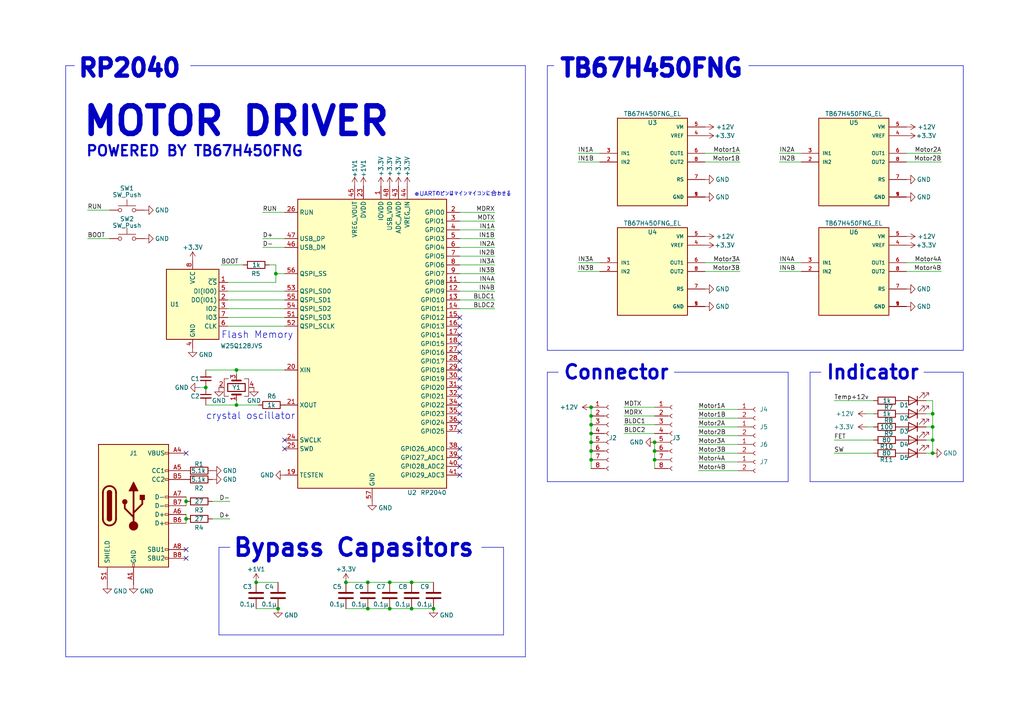
<source format=kicad_sch>
(kicad_sch (version 20230121) (generator eeschema)
  (paper "A4")
  (lib_symbols
    (symbol "Connector:Conn_01x02_Socket" (pin_names (offset 1.016) hide)
      (property "Reference" "J" (at 0 2.54 0))
      (property "Value" "Conn_01x02_Socket" (at 0 -5.08 0))
      (symbol "Conn_01x02_Socket_1_1"
        (arc (start 0 -2.032) (mid -0.5058 -2.54) (end 0 -3.048) (stroke (width 0.1524)))
        (polyline (pts (xy -1.27 -2.54) (xy -0.508 -2.54)) (stroke (width 0.1524)))
        (polyline (pts (xy -1.27 0) (xy -0.508 0)) (stroke (width 0.1524)))
        (arc (start 0 0.508) (mid -0.5058 0) (end 0 -0.508) (stroke (width 0.1524)))
        (pin passive line (at -5.08 0 0) (length 3.81) (name "Pin_1") (number "1"))
        (pin passive line (at -5.08 -2.54 0) (length 3.81) (name "Pin_2") (number "2"))
      )
    )
    (symbol "Connector:Conn_01x08_Socket" (pin_names (offset 1.016) hide)
      (property "Reference" "J" (at 0 10.16 0))
      (property "Value" "Conn_01x08_Socket" (at 0 -12.7 0))
      (symbol "Conn_01x08_Socket_1_1"
        (arc (start 0 -9.652) (mid -0.5058 -10.16) (end 0 -10.668) (stroke (width 0.1524)))
        (arc (start 0 -7.112) (mid -0.5058 -7.62) (end 0 -8.128) (stroke (width 0.1524)))
        (arc (start 0 -4.572) (mid -0.5058 -5.08) (end 0 -5.588) (stroke (width 0.1524)))
        (arc (start 0 -2.032) (mid -0.5058 -2.54) (end 0 -3.048) (stroke (width 0.1524)))
        (polyline (pts (xy -1.27 -10.16) (xy -0.508 -10.16)) (stroke (width 0.1524)))
        (polyline (pts (xy -1.27 -7.62) (xy -0.508 -7.62)) (stroke (width 0.1524)))
        (polyline (pts (xy -1.27 -5.08) (xy -0.508 -5.08)) (stroke (width 0.1524)))
        (polyline (pts (xy -1.27 -2.54) (xy -0.508 -2.54)) (stroke (width 0.1524)))
        (polyline (pts (xy -1.27 0) (xy -0.508 0)) (stroke (width 0.1524)))
        (polyline (pts (xy -1.27 2.54) (xy -0.508 2.54)) (stroke (width 0.1524)))
        (polyline (pts (xy -1.27 5.08) (xy -0.508 5.08)) (stroke (width 0.1524)))
        (polyline (pts (xy -1.27 7.62) (xy -0.508 7.62)) (stroke (width 0.1524)))
        (arc (start 0 0.508) (mid -0.5058 0) (end 0 -0.508) (stroke (width 0.1524)))
        (arc (start 0 3.048) (mid -0.5058 2.54) (end 0 2.032) (stroke (width 0.1524)))
        (arc (start 0 5.588) (mid -0.5058 5.08) (end 0 4.572) (stroke (width 0.1524)))
        (arc (start 0 8.128) (mid -0.5058 7.62) (end 0 7.112) (stroke (width 0.1524)))
        (pin passive line (at -5.08 7.62 0) (length 3.81) (name "Pin_1") (number "1"))
        (pin passive line (at -5.08 5.08 0) (length 3.81) (name "Pin_2") (number "2"))
        (pin passive line (at -5.08 2.54 0) (length 3.81) (name "Pin_3") (number "3"))
        (pin passive line (at -5.08 0 0) (length 3.81) (name "Pin_4") (number "4"))
        (pin passive line (at -5.08 -2.54 0) (length 3.81) (name "Pin_5") (number "5"))
        (pin passive line (at -5.08 -5.08 0) (length 3.81) (name "Pin_6") (number "6"))
        (pin passive line (at -5.08 -7.62 0) (length 3.81) (name "Pin_7") (number "7"))
        (pin passive line (at -5.08 -10.16 0) (length 3.81) (name "Pin_8") (number "8"))
      )
    )
    (symbol "Connector:USB_C_Receptacle_USB2.0" (pin_names (offset 1.016))
      (property "Reference" "J" (at -10.16 19.05 0))
      (property "Value" "USB_C_Receptacle_USB2.0" (at 19.05 19.05 0))
      (symbol "USB_C_Receptacle_USB2.0_0_0"
        (rectangle (start -0.254 -17.78) (end 0.254 -16.764))
        (rectangle (start 10.16 -14.986) (end 9.144 -15.494))
        (rectangle (start 10.16 -12.446) (end 9.144 -12.954))
        (rectangle (start 10.16 -4.826) (end 9.144 -5.334))
        (rectangle (start 10.16 -2.286) (end 9.144 -2.794))
        (rectangle (start 10.16 0.254) (end 9.144 -0.254))
        (rectangle (start 10.16 2.794) (end 9.144 2.286))
        (rectangle (start 10.16 7.874) (end 9.144 7.366))
        (rectangle (start 10.16 10.414) (end 9.144 9.906))
        (rectangle (start 10.16 15.494) (end 9.144 14.986))
      )
      (symbol "USB_C_Receptacle_USB2.0_0_1"
        (rectangle (start -10.16 17.78) (end 10.16 -17.78) (stroke (width 0.254)) (fill (type background)))
        (arc (start -8.89 -3.81) (mid -6.985 -5.7067) (end -5.08 -3.81) (stroke (width 0.508)))
        (arc (start -7.62 -3.81) (mid -6.985 -4.4423) (end -6.35 -3.81) (stroke (width 0.254)))
        (arc (start -7.62 -3.81) (mid -6.985 -4.4423) (end -6.35 -3.81) (stroke (width 0.254)) (fill (type outline)))
        (rectangle (start -7.62 -3.81) (end -6.35 3.81) (stroke (width 0.254)) (fill (type outline)))
        (arc (start -6.35 3.81) (mid -6.985 4.4423) (end -7.62 3.81) (stroke (width 0.254)))
        (arc (start -6.35 3.81) (mid -6.985 4.4423) (end -7.62 3.81) (stroke (width 0.254)) (fill (type outline)))
        (arc (start -5.08 3.81) (mid -6.985 5.7067) (end -8.89 3.81) (stroke (width 0.508)))
        (circle (center -2.54 1.143) (radius 0.635) (stroke (width 0.254)) (fill (type outline)))
        (circle (center 0 -5.842) (radius 1.27) (fill (type outline)))
        (polyline (pts (xy -8.89 -3.81) (xy -8.89 3.81)) (stroke (width 0.508)))
        (polyline (pts (xy -5.08 3.81) (xy -5.08 -3.81)) (stroke (width 0.508)))
        (polyline (pts (xy 0 -5.842) (xy 0 4.318)) (stroke (width 0.508)))
        (polyline (pts (xy 0 -3.302) (xy -2.54 -0.762) (xy -2.54 0.508)) (stroke (width 0.508)))
        (polyline (pts (xy 0 -2.032) (xy 2.54 0.508) (xy 2.54 1.778)) (stroke (width 0.508)))
        (polyline (pts (xy -1.27 4.318) (xy 0 6.858) (xy 1.27 4.318) (xy -1.27 4.318)) (stroke (width 0.254)) (fill (type outline)))
        (rectangle (start 1.905 1.778) (end 3.175 3.048) (stroke (width 0.254)) (fill (type outline)))
      )
      (symbol "USB_C_Receptacle_USB2.0_1_1"
        (pin passive line (at 0 -22.86 90) (length 5.08) (name "GND") (number "A1"))
        (pin passive line (at 0 -22.86 90) (length 5.08) hide (name "GND") (number "A12"))
        (pin passive line (at 15.24 15.24 180) (length 5.08) (name "VBUS") (number "A4"))
        (pin bidirectional line (at 15.24 10.16 180) (length 5.08) (name "CC1") (number "A5"))
        (pin bidirectional line (at 15.24 -2.54 180) (length 5.08) (name "D+") (number "A6"))
        (pin bidirectional line (at 15.24 2.54 180) (length 5.08) (name "D-") (number "A7"))
        (pin bidirectional line (at 15.24 -12.7 180) (length 5.08) (name "SBU1") (number "A8"))
        (pin passive line (at 15.24 15.24 180) (length 5.08) hide (name "VBUS") (number "A9"))
        (pin passive line (at 0 -22.86 90) (length 5.08) hide (name "GND") (number "B1"))
        (pin passive line (at 0 -22.86 90) (length 5.08) hide (name "GND") (number "B12"))
        (pin passive line (at 15.24 15.24 180) (length 5.08) hide (name "VBUS") (number "B4"))
        (pin bidirectional line (at 15.24 7.62 180) (length 5.08) (name "CC2") (number "B5"))
        (pin bidirectional line (at 15.24 -5.08 180) (length 5.08) (name "D+") (number "B6"))
        (pin bidirectional line (at 15.24 0 180) (length 5.08) (name "D-") (number "B7"))
        (pin bidirectional line (at 15.24 -15.24 180) (length 5.08) (name "SBU2") (number "B8"))
        (pin passive line (at 15.24 15.24 180) (length 5.08) hide (name "VBUS") (number "B9"))
        (pin passive line (at -7.62 -22.86 90) (length 5.08) (name "SHIELD") (number "S1"))
      )
    )
    (symbol "Device:C" (pin_numbers hide) (pin_names (offset 0.254))
      (property "Reference" "C" (at 0.635 2.54 0))
      (property "Value" "C" (at 0.635 -2.54 0))
      (symbol "C_0_1"
        (polyline (pts (xy -2.032 -0.762) (xy 2.032 -0.762)) (stroke (width 0.508)))
        (polyline (pts (xy -2.032 0.762) (xy 2.032 0.762)) (stroke (width 0.508)))
      )
      (symbol "C_1_1"
        (pin passive line (at 0 3.81 270) (length 2.794) (name "~") (number "1"))
        (pin passive line (at 0 -3.81 90) (length 2.794) (name "~") (number "2"))
      )
    )
    (symbol "Device:C_Small" (pin_numbers hide) (pin_names (offset 0.254) hide)
      (property "Reference" "C" (at 0.254 1.778 0))
      (property "Value" "C_Small" (at 0.254 -2.032 0))
      (symbol "C_Small_0_1"
        (polyline (pts (xy -1.524 -0.508) (xy 1.524 -0.508)) (stroke (width 0.3302)))
        (polyline (pts (xy -1.524 0.508) (xy 1.524 0.508)) (stroke (width 0.3048)))
      )
      (symbol "C_Small_1_1"
        (pin passive line (at 0 2.54 270) (length 2.032) (name "~") (number "1"))
        (pin passive line (at 0 -2.54 90) (length 2.032) (name "~") (number "2"))
      )
    )
    (symbol "Device:Crystal_GND24" (pin_names (offset 1.016) hide)
      (property "Reference" "Y" (at 3.175 5.08 0))
      (property "Value" "Crystal_GND24" (at 3.175 3.175 0))
      (symbol "Crystal_GND24_0_1"
        (rectangle (start -1.143 2.54) (end 1.143 -2.54) (stroke (width 0.3048)))
        (polyline (pts (xy -2.54 0) (xy -2.032 0)))
        (polyline (pts (xy -2.032 -1.27) (xy -2.032 1.27)) (stroke (width 0.508)))
        (polyline (pts (xy 0 -3.81) (xy 0 -3.556)))
        (polyline (pts (xy 0 3.556) (xy 0 3.81)))
        (polyline (pts (xy 2.032 -1.27) (xy 2.032 1.27)) (stroke (width 0.508)))
        (polyline (pts (xy 2.032 0) (xy 2.54 0)))
        (polyline (pts (xy -2.54 -2.286) (xy -2.54 -3.556) (xy 2.54 -3.556) (xy 2.54 -2.286)))
        (polyline (pts (xy -2.54 2.286) (xy -2.54 3.556) (xy 2.54 3.556) (xy 2.54 2.286)))
      )
      (symbol "Crystal_GND24_1_1"
        (pin passive line (at -3.81 0 0) (length 1.27) (name "1") (number "1"))
        (pin passive line (at 0 5.08 270) (length 1.27) (name "2") (number "2"))
        (pin passive line (at 3.81 0 180) (length 1.27) (name "3") (number "3"))
        (pin passive line (at 0 -5.08 90) (length 1.27) (name "4") (number "4"))
      )
    )
    (symbol "Device:LED" (pin_numbers hide) (pin_names (offset 1.016) hide)
      (property "Reference" "D" (at 0 2.54 0))
      (property "Value" "LED" (at 0 -2.54 0))
      (symbol "LED_0_1"
        (polyline (pts (xy -1.27 -1.27) (xy -1.27 1.27)) (stroke (width 0.254)))
        (polyline (pts (xy -1.27 0) (xy 1.27 0)))
        (polyline (pts (xy 1.27 -1.27) (xy 1.27 1.27) (xy -1.27 0) (xy 1.27 -1.27)) (stroke (width 0.254)))
        (polyline (pts (xy -3.048 -0.762) (xy -4.572 -2.286) (xy -3.81 -2.286) (xy -4.572 -2.286) (xy -4.572 -1.524)))
        (polyline (pts (xy -1.778 -0.762) (xy -3.302 -2.286) (xy -2.54 -2.286) (xy -3.302 -2.286) (xy -3.302 -1.524)))
      )
      (symbol "LED_1_1"
        (pin passive line (at -3.81 0 0) (length 2.54) (name "K") (number "1"))
        (pin passive line (at 3.81 0 180) (length 2.54) (name "A") (number "2"))
      )
    )
    (symbol "Device:R" (pin_numbers hide) (pin_names (offset 0))
      (property "Reference" "R" (at 2.032 0 90))
      (property "Value" "R" (at 0 0 90))
      (symbol "R_0_1"
        (rectangle (start -1.016 -2.54) (end 1.016 2.54) (stroke (width 0.254)))
      )
      (symbol "R_1_1"
        (pin passive line (at 0 3.81 270) (length 1.27) (name "~") (number "1"))
        (pin passive line (at 0 -3.81 90) (length 1.27) (name "~") (number "2"))
      )
    )
    (symbol "MCU_RaspberryPi:RP2040"
      (property "Reference" "U" (at 17.78 45.72 0))
      (property "Value" "RP2040" (at 17.78 43.18 0))
      (symbol "RP2040_0_1"
        (rectangle (start -21.59 41.91) (end 21.59 -41.91) (stroke (width 0.254)) (fill (type background)))
      )
      (symbol "RP2040_1_1"
        (pin power_in line (at 2.54 45.72 270) (length 3.81) (name "IOVDD") (number "1"))
        (pin passive line (at 2.54 45.72 270) (length 3.81) hide (name "IOVDD") (number "10"))
        (pin bidirectional line (at 25.4 17.78 180) (length 3.81) (name "GPIO8") (number "11"))
        (pin bidirectional line (at 25.4 15.24 180) (length 3.81) (name "GPIO9") (number "12"))
        (pin bidirectional line (at 25.4 12.7 180) (length 3.81) (name "GPIO10") (number "13"))
        (pin bidirectional line (at 25.4 10.16 180) (length 3.81) (name "GPIO11") (number "14"))
        (pin bidirectional line (at 25.4 7.62 180) (length 3.81) (name "GPIO12") (number "15"))
        (pin bidirectional line (at 25.4 5.08 180) (length 3.81) (name "GPIO13") (number "16"))
        (pin bidirectional line (at 25.4 2.54 180) (length 3.81) (name "GPIO14") (number "17"))
        (pin bidirectional line (at 25.4 0 180) (length 3.81) (name "GPIO15") (number "18"))
        (pin input line (at -25.4 -38.1 0) (length 3.81) (name "TESTEN") (number "19"))
        (pin bidirectional line (at 25.4 38.1 180) (length 3.81) (name "GPIO0") (number "2"))
        (pin input line (at -25.4 -7.62 0) (length 3.81) (name "XIN") (number "20"))
        (pin passive line (at -25.4 -17.78 0) (length 3.81) (name "XOUT") (number "21"))
        (pin passive line (at 2.54 45.72 270) (length 3.81) hide (name "IOVDD") (number "22"))
        (pin power_in line (at -2.54 45.72 270) (length 3.81) (name "DVDD") (number "23"))
        (pin input line (at -25.4 -27.94 0) (length 3.81) (name "SWCLK") (number "24"))
        (pin bidirectional line (at -25.4 -30.48 0) (length 3.81) (name "SWD") (number "25"))
        (pin input line (at -25.4 38.1 0) (length 3.81) (name "RUN") (number "26"))
        (pin bidirectional line (at 25.4 -2.54 180) (length 3.81) (name "GPIO16") (number "27"))
        (pin bidirectional line (at 25.4 -5.08 180) (length 3.81) (name "GPIO17") (number "28"))
        (pin bidirectional line (at 25.4 -7.62 180) (length 3.81) (name "GPIO18") (number "29"))
        (pin bidirectional line (at 25.4 35.56 180) (length 3.81) (name "GPIO1") (number "3"))
        (pin bidirectional line (at 25.4 -10.16 180) (length 3.81) (name "GPIO19") (number "30"))
        (pin bidirectional line (at 25.4 -12.7 180) (length 3.81) (name "GPIO20") (number "31"))
        (pin bidirectional line (at 25.4 -15.24 180) (length 3.81) (name "GPIO21") (number "32"))
        (pin passive line (at 2.54 45.72 270) (length 3.81) hide (name "IOVDD") (number "33"))
        (pin bidirectional line (at 25.4 -17.78 180) (length 3.81) (name "GPIO22") (number "34"))
        (pin bidirectional line (at 25.4 -20.32 180) (length 3.81) (name "GPIO23") (number "35"))
        (pin bidirectional line (at 25.4 -22.86 180) (length 3.81) (name "GPIO24") (number "36"))
        (pin bidirectional line (at 25.4 -25.4 180) (length 3.81) (name "GPIO25") (number "37"))
        (pin bidirectional line (at 25.4 -30.48 180) (length 3.81) (name "GPIO26_ADC0") (number "38"))
        (pin bidirectional line (at 25.4 -33.02 180) (length 3.81) (name "GPIO27_ADC1") (number "39"))
        (pin bidirectional line (at 25.4 33.02 180) (length 3.81) (name "GPIO2") (number "4"))
        (pin bidirectional line (at 25.4 -35.56 180) (length 3.81) (name "GPIO28_ADC2") (number "40"))
        (pin bidirectional line (at 25.4 -38.1 180) (length 3.81) (name "GPIO29_ADC3") (number "41"))
        (pin passive line (at 2.54 45.72 270) (length 3.81) hide (name "IOVDD") (number "42"))
        (pin power_in line (at 7.62 45.72 270) (length 3.81) (name "ADC_AVDD") (number "43"))
        (pin power_in line (at 10.16 45.72 270) (length 3.81) (name "VREG_IN") (number "44"))
        (pin power_out line (at -5.08 45.72 270) (length 3.81) (name "VREG_VOUT") (number "45"))
        (pin bidirectional line (at -25.4 27.94 0) (length 3.81) (name "USB_DM") (number "46"))
        (pin bidirectional line (at -25.4 30.48 0) (length 3.81) (name "USB_DP") (number "47"))
        (pin power_in line (at 5.08 45.72 270) (length 3.81) (name "USB_VDD") (number "48"))
        (pin passive line (at 2.54 45.72 270) (length 3.81) hide (name "IOVDD") (number "49"))
        (pin bidirectional line (at 25.4 30.48 180) (length 3.81) (name "GPIO3") (number "5"))
        (pin passive line (at -2.54 45.72 270) (length 3.81) hide (name "DVDD") (number "50"))
        (pin bidirectional line (at -25.4 7.62 0) (length 3.81) (name "QSPI_SD3") (number "51"))
        (pin output line (at -25.4 5.08 0) (length 3.81) (name "QSPI_SCLK") (number "52"))
        (pin bidirectional line (at -25.4 15.24 0) (length 3.81) (name "QSPI_SD0") (number "53"))
        (pin bidirectional line (at -25.4 10.16 0) (length 3.81) (name "QSPI_SD2") (number "54"))
        (pin bidirectional line (at -25.4 12.7 0) (length 3.81) (name "QSPI_SD1") (number "55"))
        (pin bidirectional line (at -25.4 20.32 0) (length 3.81) (name "QSPI_SS") (number "56"))
        (pin power_in line (at 0 -45.72 90) (length 3.81) (name "GND") (number "57"))
        (pin bidirectional line (at 25.4 27.94 180) (length 3.81) (name "GPIO4") (number "6"))
        (pin bidirectional line (at 25.4 25.4 180) (length 3.81) (name "GPIO5") (number "7"))
        (pin bidirectional line (at 25.4 22.86 180) (length 3.81) (name "GPIO6") (number "8"))
        (pin bidirectional line (at 25.4 20.32 180) (length 3.81) (name "GPIO7") (number "9"))
      )
    )
    (symbol "Memory_Flash:W25Q128JVS"
      (property "Reference" "U4" (at 9.525 1.27 0))
      (property "Value" "W25Q128JVS" (at 9.525 -1.27 0))
      (symbol "W25Q128JVS_0_1"
        (rectangle (start -7.62 10.16) (end 7.62 -10.16) (stroke (width 0.254)) (fill (type background)))
      )
      (symbol "W25Q128JVS_1_1"
        (pin input line (at -10.16 6.35 0) (length 2.54) (name "~{CS}") (number "1"))
        (pin bidirectional line (at -10.16 1.27 0) (length 2.54) (name "DO(IO1)") (number "2"))
        (pin bidirectional line (at -10.16 -1.27 0) (length 2.54) (name "IO2") (number "3"))
        (pin power_in line (at 0 -12.7 90) (length 2.54) (name "GND") (number "4"))
        (pin bidirectional line (at -10.16 3.81 0) (length 2.54) (name "DI(IO0)") (number "5"))
        (pin input line (at -10.16 -6.35 0) (length 2.54) (name "CLK") (number "6"))
        (pin bidirectional line (at -10.16 -3.81 0) (length 2.54) (name "IO3") (number "7"))
        (pin power_in line (at 0 12.7 270) (length 2.54) (name "VCC") (number "8"))
      )
    )
    (symbol "Regulator_Linear:AZ1084-3.3" (pin_names (offset 0.254))
      (property "Reference" "U" (at -3.81 3.175 0))
      (property "Value" "AZ1084-3.3" (at 0 3.175 0))
      (symbol "AZ1084-3.3_0_1"
        (rectangle (start -5.08 1.905) (end 5.08 -5.08) (stroke (width 0.254)) (fill (type background)))
      )
      (symbol "AZ1084-3.3_1_1"
        (pin power_in line (at 0 -7.62 90) (length 2.54) (name "GND") (number "1"))
        (pin power_out line (at 7.62 0 180) (length 2.54) (name "VO") (number "2"))
        (pin power_in line (at -7.62 0 0) (length 2.54) (name "VI") (number "3"))
      )
    )
    (symbol "Switch:SW_Push" (pin_numbers hide) (pin_names (offset 1.016) hide)
      (property "Reference" "SW" (at 1.27 2.54 0))
      (property "Value" "SW_Push" (at 0 -1.524 0))
      (symbol "SW_Push_0_1"
        (circle (center -2.032 0) (radius 0.508))
        (polyline (pts (xy 0 1.27) (xy 0 3.048)))
        (polyline (pts (xy 2.54 1.27) (xy -2.54 1.27)))
        (circle (center 2.032 0) (radius 0.508))
        (pin passive line (at -5.08 0 0) (length 2.54) (name "1") (number "1"))
        (pin passive line (at 5.08 0 180) (length 2.54) (name "2") (number "2"))
      )
    )
    (symbol "TB67H450FNG_EL:TB67H450FNG_EL" (pin_names (offset 1.016))
      (property "Reference" "U" (at -10.16 13.462 0))
      (property "Value" "TB67H450FNG_EL" (at -10.16 -15.24 0))
      (symbol "TB67H450FNG_EL_0_0"
        (rectangle (start -10.16 -12.7) (end 10.16 12.7) (stroke (width 0.254)) (fill (type background)))
        (pin power_in line (at 15.24 -10.16 180) (length 5.08) (name "GND") (number "1"))
        (pin input line (at -15.24 0 0) (length 5.08) (name "IN2") (number "2"))
        (pin input line (at -15.24 2.54 0) (length 5.08) (name "IN1") (number "3"))
        (pin power_in line (at 15.24 7.62 180) (length 5.08) (name "VREF") (number "4"))
        (pin power_in line (at 15.24 10.16 180) (length 5.08) (name "VM") (number "5"))
        (pin output line (at 15.24 2.54 180) (length 5.08) (name "OUT1") (number "6"))
        (pin output line (at 15.24 -5.08 180) (length 5.08) (name "RS") (number "7"))
        (pin output line (at 15.24 0 180) (length 5.08) (name "OUT2") (number "8"))
        (pin power_in line (at 15.24 -10.16 180) (length 5.08) (name "GND") (number "9"))
      )
    )
    (symbol "power:+12V" (power) (pin_names (offset 0))
      (property "Value" "+12V" (at 0 3.556 0))
      (symbol "+12V_0_1"
        (polyline (pts (xy -0.762 1.27) (xy 0 2.54)))
        (polyline (pts (xy 0 0) (xy 0 2.54)))
        (polyline (pts (xy 0 2.54) (xy 0.762 1.27)))
      )
      (symbol "+12V_1_1"
        (pin power_in line (at 0 0 90) (length 0) hide (name "+12V") (number "1"))
      )
    )
    (symbol "power:+1V1" (power) (pin_names (offset 0))
      (property "Value" "+1V1" (at 0 3.556 0))
      (symbol "+1V1_0_1"
        (polyline (pts (xy -0.762 1.27) (xy 0 2.54)))
        (polyline (pts (xy 0 0) (xy 0 2.54)))
        (polyline (pts (xy 0 2.54) (xy 0.762 1.27)))
      )
      (symbol "+1V1_1_1"
        (pin power_in line (at 0 0 90) (length 0) hide (name "+1V1") (number "1"))
      )
    )
    (symbol "power:+3.3V" (power) (pin_names (offset 0))
      (property "Value" "+3.3V" (at 0 3.556 0))
      (symbol "+3.3V_0_1"
        (polyline (pts (xy -0.762 1.27) (xy 0 2.54)))
        (polyline (pts (xy 0 0) (xy 0 2.54)))
        (polyline (pts (xy 0 2.54) (xy 0.762 1.27)))
      )
      (symbol "+3.3V_1_1"
        (pin power_in line (at 0 0 90) (length 0) hide (name "+3.3V") (number "1"))
      )
    )
    (symbol "power:GND" (power) (pin_names (offset 0))
      (property "Value" "GND" (at 0 -3.81 0))
      (symbol "GND_0_1"
        (polyline (pts (xy 0 0) (xy 0 -1.27) (xy 1.27 -1.27) (xy 0 -2.54) (xy -1.27 -1.27) (xy 0 -1.27)))
      )
      (symbol "GND_1_1"
        (pin power_in line (at 0 0 270) (length 0) hide (name "GND") (number "1"))
      )
    )
  )
  (junction (at 171.45 123.19))
  (junction (at 327.025 147.955))
  (junction (at 171.45 118.11))
  (junction (at 270.51 120.015))
  (junction (at 113.03 176.53))
  (junction (at 119.38 176.53))
  (junction (at 68.58 117.475))
  (junction (at 171.45 133.35))
  (junction (at 106.68 176.53))
  (junction (at 270.51 127.635))
  (junction (at 189.865 128.27))
  (junction (at 189.865 130.81))
  (junction (at 189.865 133.35))
  (junction (at 59.69 112.395))
  (junction (at 171.45 120.65))
  (junction (at 171.45 125.73))
  (junction (at 68.58 107.315))
  (junction (at 171.45 130.81))
  (junction (at 80.01 79.375))
  (junction (at 270.51 123.825))
  (junction (at 319.405 155.575))
  (junction (at 100.33 168.91))
  (junction (at 53.975 145.415))
  (junction (at 171.45 128.27))
  (junction (at 53.975 150.495))
  (junction (at 74.295 168.91))
  (junction (at 125.73 176.53))
  (junction (at 119.38 168.91))
  (junction (at 113.03 168.91))
  (junction (at 311.785 147.955))
  (junction (at 106.68 168.91))
  (junction (at 80.645 176.53))
  (junction (at 270.51 131.445))
  (no_connect (at 133.35 99.695))
  (no_connect (at 133.35 135.255))
  (no_connect (at 133.35 104.775))
  (no_connect (at 133.35 122.555))
  (no_connect (at 133.35 114.935))
  (no_connect (at 133.35 112.395))
  (no_connect (at 133.35 130.175))
  (no_connect (at 53.975 131.445))
  (no_connect (at 133.35 137.795))
  (no_connect (at 133.35 117.475))
  (no_connect (at 53.975 159.385))
  (no_connect (at 133.35 132.715))
  (no_connect (at 133.35 102.235))
  (no_connect (at 82.55 130.175))
  (no_connect (at 53.975 161.925))
  (no_connect (at 133.35 97.155))
  (no_connect (at 82.55 127.635))
  (no_connect (at 133.35 92.075))
  (no_connect (at 133.35 94.615))
  (no_connect (at 133.35 125.095))
  (no_connect (at 133.35 107.315))
  (no_connect (at 133.35 109.855))
  (no_connect (at 133.35 120.015))
  (polyline (pts (xy 279.4 101.6) (xy 279.4 19.05)))
  (polyline (pts (xy 158.75 19.05) (xy 158.75 101.6)))
  (polyline (pts (xy 55.245 19.05) (xy 152.4 19.05)))
  (wire (pts (xy 68.58 116.205) (xy 68.58 117.475)))
  (wire (pts (xy 214.63 46.99) (xy 204.47 46.99)))
  (wire (pts (xy 202.565 123.825) (xy 213.995 123.825)))
  (wire (pts (xy 80.01 79.375) (xy 80.01 76.835)))
  (wire (pts (xy 59.69 107.315) (xy 68.58 107.315)))
  (wire (pts (xy 202.565 121.285) (xy 213.995 121.285)))
  (wire (pts (xy 68.58 107.315) (xy 82.55 107.315)))
  (wire (pts (xy 171.45 128.27) (xy 171.45 130.81)))
  (wire (pts (xy 226.06 46.99) (xy 232.41 46.99)))
  (wire (pts (xy 189.865 130.81) (xy 189.865 133.35)))
  (wire (pts (xy 167.64 46.99) (xy 173.99 46.99)))
  (wire (pts (xy 66.04 94.615) (xy 82.55 94.615)))
  (wire (pts (xy 25.4 69.215) (xy 31.75 69.215)))
  (wire (pts (xy 66.04 84.455) (xy 82.55 84.455)))
  (wire (pts (xy 143.51 66.675) (xy 133.35 66.675)))
  (wire (pts (xy 189.865 128.27) (xy 189.865 130.81)))
  (wire (pts (xy 100.33 168.91) (xy 106.68 168.91)))
  (wire (pts (xy 251.46 120.015) (xy 253.365 120.015)))
  (wire (pts (xy 106.68 176.53) (xy 113.03 176.53)))
  (polyline (pts (xy 279.4 139.7) (xy 279.4 107.95)))
  (wire (pts (xy 53.975 145.415) (xy 53.975 146.685)))
  (wire (pts (xy 143.51 71.755) (xy 133.35 71.755)))
  (wire (pts (xy 66.04 89.535) (xy 82.55 89.535)))
  (wire (pts (xy 214.63 44.45) (xy 204.47 44.45)))
  (polyline (pts (xy 234.95 107.95) (xy 234.95 139.7)))
  (wire (pts (xy 143.51 89.535) (xy 133.35 89.535)))
  (polyline (pts (xy 152.4 190.5) (xy 152.4 19.05)))
  (wire (pts (xy 59.69 117.475) (xy 68.58 117.475)))
  (polyline (pts (xy 267.97 107.95) (xy 279.4 107.95)))
  (wire (pts (xy 202.565 131.445) (xy 213.995 131.445)))
  (polyline (pts (xy 19.05 190.5) (xy 152.4 190.5)))
  (wire (pts (xy 319.405 155.575) (xy 327.025 155.575)))
  (wire (pts (xy 76.2 61.595) (xy 82.55 61.595)))
  (wire (pts (xy 226.06 76.2) (xy 232.41 76.2)))
  (wire (pts (xy 171.45 133.35) (xy 171.45 135.89)))
  (wire (pts (xy 202.565 126.365) (xy 213.995 126.365)))
  (wire (pts (xy 57.785 112.395) (xy 59.69 112.395)))
  (wire (pts (xy 241.935 127.635) (xy 253.365 127.635)))
  (wire (pts (xy 214.63 78.74) (xy 204.47 78.74)))
  (polyline (pts (xy 234.95 139.7) (xy 279.4 139.7)))
  (wire (pts (xy 268.605 116.205) (xy 270.51 116.205)))
  (wire (pts (xy 202.565 128.905) (xy 213.995 128.905)))
  (wire (pts (xy 270.51 116.205) (xy 270.51 120.015)))
  (wire (pts (xy 143.51 74.295) (xy 133.35 74.295)))
  (wire (pts (xy 171.45 118.11) (xy 171.45 120.65)))
  (wire (pts (xy 106.68 168.91) (xy 113.03 168.91)))
  (wire (pts (xy 273.05 78.74) (xy 262.89 78.74)))
  (polyline (pts (xy 228.6 139.7) (xy 228.6 107.95)))
  (wire (pts (xy 270.51 123.825) (xy 268.605 123.825)))
  (wire (pts (xy 76.2 71.755) (xy 82.55 71.755)))
  (polyline (pts (xy 238.125 107.95) (xy 234.95 107.95)))
  (wire (pts (xy 53.975 149.225) (xy 53.975 150.495)))
  (wire (pts (xy 270.51 120.015) (xy 270.51 123.825)))
  (wire (pts (xy 167.64 44.45) (xy 173.99 44.45)))
  (wire (pts (xy 214.63 76.2) (xy 204.47 76.2)))
  (wire (pts (xy 25.4 60.96) (xy 31.75 60.96)))
  (wire (pts (xy 66.04 86.995) (xy 82.55 86.995)))
  (polyline (pts (xy 21.59 19.05) (xy 19.05 19.05)))
  (wire (pts (xy 143.51 79.375) (xy 133.35 79.375)))
  (wire (pts (xy 180.975 125.73) (xy 189.865 125.73)))
  (wire (pts (xy 171.45 130.81) (xy 171.45 133.35)))
  (wire (pts (xy 68.58 107.315) (xy 68.58 108.585)))
  (wire (pts (xy 119.38 168.91) (xy 125.73 168.91)))
  (wire (pts (xy 143.51 69.215) (xy 133.35 69.215)))
  (wire (pts (xy 74.295 176.53) (xy 80.645 176.53)))
  (wire (pts (xy 80.01 79.375) (xy 82.55 79.375)))
  (wire (pts (xy 76.2 69.215) (xy 82.55 69.215)))
  (wire (pts (xy 180.975 123.19) (xy 189.865 123.19)))
  (wire (pts (xy 66.675 145.415) (xy 61.595 145.415)))
  (wire (pts (xy 270.51 123.825) (xy 270.51 127.635)))
  (wire (pts (xy 80.01 81.915) (xy 80.01 79.375)))
  (wire (pts (xy 143.51 76.835) (xy 133.35 76.835)))
  (wire (pts (xy 143.51 84.455) (xy 133.35 84.455)))
  (wire (pts (xy 66.04 81.915) (xy 80.01 81.915)))
  (polyline (pts (xy 161.925 107.95) (xy 158.75 107.95)))
  (wire (pts (xy 143.51 64.135) (xy 133.35 64.135)))
  (wire (pts (xy 202.565 133.985) (xy 213.995 133.985)))
  (polyline (pts (xy 158.75 101.6) (xy 279.4 101.6)))
  (polyline (pts (xy 63.5 158.75) (xy 63.5 184.15)))
  (wire (pts (xy 241.935 131.445) (xy 253.365 131.445)))
  (wire (pts (xy 113.03 176.53) (xy 119.38 176.53)))
  (wire (pts (xy 68.58 117.475) (xy 74.93 117.475)))
  (wire (pts (xy 226.06 78.74) (xy 232.41 78.74)))
  (wire (pts (xy 167.64 76.2) (xy 173.99 76.2)))
  (wire (pts (xy 273.05 44.45) (xy 262.89 44.45)))
  (wire (pts (xy 53.975 150.495) (xy 53.975 151.765)))
  (wire (pts (xy 64.135 76.835) (xy 70.485 76.835)))
  (wire (pts (xy 180.975 120.65) (xy 189.865 120.65)))
  (wire (pts (xy 143.51 86.995) (xy 133.35 86.995)))
  (polyline (pts (xy 146.05 184.15) (xy 146.05 158.75)))
  (wire (pts (xy 66.04 92.075) (xy 82.55 92.075)))
  (wire (pts (xy 273.05 46.99) (xy 262.89 46.99)))
  (wire (pts (xy 270.51 120.015) (xy 268.605 120.015)))
  (wire (pts (xy 74.295 168.91) (xy 80.645 168.91)))
  (wire (pts (xy 251.46 123.825) (xy 253.365 123.825)))
  (wire (pts (xy 66.675 150.495) (xy 61.595 150.495)))
  (polyline (pts (xy 160.655 19.05) (xy 158.75 19.05)))
  (wire (pts (xy 100.33 176.53) (xy 106.68 176.53)))
  (wire (pts (xy 80.01 76.835) (xy 78.105 76.835)))
  (wire (pts (xy 119.38 176.53) (xy 125.73 176.53)))
  (wire (pts (xy 270.51 131.445) (xy 270.51 127.635)))
  (wire (pts (xy 241.935 116.205) (xy 253.365 116.205)))
  (polyline (pts (xy 158.75 139.7) (xy 228.6 139.7)))
  (wire (pts (xy 143.51 61.595) (xy 133.35 61.595)))
  (wire (pts (xy 189.865 133.35) (xy 189.865 135.89)))
  (wire (pts (xy 273.05 76.2) (xy 262.89 76.2)))
  (wire (pts (xy 268.605 131.445) (xy 270.51 131.445)))
  (wire (pts (xy 167.64 78.74) (xy 173.99 78.74)))
  (polyline (pts (xy 158.75 107.95) (xy 158.75 139.7)))
  (wire (pts (xy 202.565 136.525) (xy 213.995 136.525)))
  (polyline (pts (xy 19.05 19.05) (xy 19.05 190.5)))
  (wire (pts (xy 171.45 125.73) (xy 171.45 128.27)))
  (wire (pts (xy 202.565 118.745) (xy 213.995 118.745)))
  (wire (pts (xy 268.605 127.635) (xy 270.51 127.635)))
  (polyline (pts (xy 63.5 184.15) (xy 146.05 184.15)))
  (polyline (pts (xy 66.675 158.75) (xy 63.5 158.75)))
  (polyline (pts (xy 195.58 107.95) (xy 228.6 107.95)))
  (polyline (pts (xy 217.17 19.05) (xy 279.4 19.05)))
  (wire (pts (xy 180.975 118.11) (xy 189.865 118.11)))
  (wire (pts (xy 171.45 120.65) (xy 171.45 123.19)))
  (wire (pts (xy 311.785 155.575) (xy 319.405 155.575)))
  (wire (pts (xy 53.975 144.145) (xy 53.975 145.415)))
  (wire (pts (xy 226.06 44.45) (xy 232.41 44.45)))
  (wire (pts (xy 113.03 168.91) (xy 119.38 168.91)))
  (polyline (pts (xy 139.7 158.75) (xy 146.05 158.75)))
  (wire (pts (xy 143.51 81.915) (xy 133.35 81.915)))
  (wire (pts (xy 171.45 123.19) (xy 171.45 125.73)))
  (text "Indicator" (at 239.395 110.49 0) (effects (font (size 4 4) (thickness 0.8) bold) (justify left bottom)))
  (text "Flash Memory" (at 64.135 98.425 0) (effects (font (size 2 2)) (justify left bottom)))
  (text "MOTOR DRIVER " (at 23.495 40.005 0) (effects (font (size 8 8) (thickness 1.6) bold) (justify left bottom)))
  (text "POWERED BY TB67H450FNG" (at 24.765 45.72 0) (effects (font (size 3 3) bold) (justify left bottom)))
  (text "Bypass Capasitors" (at 67.31 161.925 0) (effects (font (size 5 5) (thickness 1) bold) (justify left bottom)))
  (text "TB67H450FNG" (at 161.925 22.86 0) (effects (font (size 5 5) (thickness 1.6) bold) (justify left bottom)))
  (text "RP2040" (at 22.225 22.86 0) (effects (font (size 5 5) (thickness 1.6) bold) (justify left bottom)))
  (text "crystal oscillator" (at 59.69 121.92 0) (effects (font (size 2 2)) (justify left bottom)))
  (text "※UARTのピンはマインマイコンに合わせる" (at 120.015 57.15 0) (effects (font (size 1.27 1.27)) (justify left bottom)))
  (text "Connector" (at 163.195 110.49 0) (effects (font (size 4 4) (thickness 0.8) bold) (justify left bottom)))
  (label "Motor4B" (at 273.05 78.74 180))
  (label "IN4A" (at 226.06 76.2 0))
  (label "Temp+12v" (at 241.935 116.205 0))
  (label "D-" (at 66.675 145.415 180))
  (label "BLDC1" (at 180.975 123.19 0))
  (label "BLDC2" (at 143.51 89.535 180))
  (label "Motor3B" (at 202.565 131.445 0))
  (label "Motor3A" (at 214.63 76.2 180))
  (label "SW" (at 241.935 131.445 0))
  (label "IN3B" (at 143.51 79.375 180))
  (label "IN2B" (at 226.06 46.99 0))
  (label "Motor2B" (at 202.565 126.365 0))
  (label "IN3B" (at 167.64 78.74 0))
  (label "BLDC1" (at 143.51 86.995 180))
  (label "IN1A" (at 167.64 44.45 0))
  (label "FET" (at 241.935 127.635 0))
  (label "Motor1A" (at 202.565 118.745 0))
  (label "Motor1A" (at 214.63 44.45 180))
  (label "IN3A" (at 143.51 76.835 180))
  (label "IN2A" (at 226.06 44.45 0))
  (label "D-" (at 76.2 71.755 0))
  (label "Motor4A" (at 202.565 133.985 0))
  (label "MDRX" (at 180.975 120.65 0))
  (label "MDTX" (at 143.51 64.135 180))
  (label "MDRX" (at 143.51 61.595 180))
  (label "Motor1B" (at 202.565 121.285 0))
  (label "Motor3B" (at 214.63 78.74 180))
  (label "Motor4A" (at 273.05 76.2 180))
  (label "IN1B" (at 143.51 69.215 180))
  (label "IN3A" (at 167.64 76.2 0))
  (label "IN4B" (at 143.51 84.455 180))
  (label "Motor4B" (at 202.565 136.525 0))
  (label "Motor3A" (at 202.565 128.905 0))
  (label "IN1B" (at 167.64 46.99 0))
  (label "BOOT" (at 25.4 69.215 0))
  (label "MDTX" (at 180.975 118.11 0))
  (label "Motor1B" (at 214.63 46.99 180))
  (label "IN4A" (at 143.51 81.915 180))
  (label "RUN" (at 25.4 60.96 0))
  (label "IN2B" (at 143.51 74.295 180))
  (label "D+" (at 66.675 150.495 180))
  (label "Motor2B" (at 273.05 46.99 180))
  (label "D+" (at 76.2 69.215 0))
  (label "BLDC2" (at 180.975 125.73 0))
  (label "Motor2A" (at 202.565 123.825 0))
  (label "IN4B" (at 226.06 78.74 0))
  (label "IN2A" (at 143.51 71.755 180))
  (label "Motor2A" (at 273.05 44.45 180))
  (label "BOOT" (at 64.135 76.835 0))
  (label "RUN" (at 76.2 61.595 0))
  (label "IN1A" (at 143.51 66.675 180))
  (symbol (lib_id "power:+12V") (at 262.89 68.58 270) (unit 1)
    (property "Reference" "#PWR040" (effects hide))
    (property "Value" "+12V" (at 266.065 68.58 90) (effects (justify left)))
  )
  (symbol (lib_id "TB67H450FNG_EL:TB67H450FNG_EL") (at 189.23 46.99 0) (unit 1)
    (property "Reference" "U3" (at 189.23 35.56 0))
    (property "Value" "TB67H450FNG_EL" (at 189.23 33.02 0))
    (property "Footprint" "TB67H450FNG_EL:SOIC127P599X175-9N" (effects hide))
    (property "MF" "Toshiba Semiconductor and Storage" (effects hide))
    (property "MAXIMUM_PACKAGE_HEIGHT" "1.75 mm" (effects hide))
    (property "Package" "SOIC-8 Toshiba Semiconductor and Storage" (effects hide))
    (property "Price" "None" (effects hide))
    (property "Check_prices" "https://www.snapeda.com/parts/TB67H450FNG,EL/Toshiba/view-part/?ref=eda" (effects hide))
    (property "STANDARD" "IPC-7351B" (effects hide))
    (property "PARTREV" "3.0" (effects hide))
    (property "SnapEDA_Link" "https://www.snapeda.com/parts/TB67H450FNG,EL/Toshiba/view-part/?ref=snap" (effects hide))
    (property "MP" "TB67H450FNG,EL" (effects hide))
    (property "Description" "\n                        \n                            - Motor Driver - - 8-HSOP\n                        \n" (effects hide))
    (property "MANUFACTURER" "Toshiba Semiconductor and Storage" (effects hide))
    (property "Availability" "In Stock" (effects hide))
    (property "SNAPEDA_PN" "TB67H450FNG,EL" (effects hide))
  )
  (symbol (lib_id "Device:C") (at 80.645 172.72 180) (unit 1)
    (property "Reference" "C4" (at 78.105 170.18 0))
    (property "Value" "0.1μ" (at 78.105 175.26 0))
    (property "Footprint" "Capacitor_SMD:C_0402_1005Metric" (effects hide))
    (property "LCSC" "C1525" (effects hide))
  )
  (symbol (lib_id "power:GND") (at 262.89 52.07 90) (unit 1)
    (property "Reference" "#PWR038" (effects hide))
    (property "Value" "GND" (at 267.97 52.07 90))
  )
  (symbol (lib_id "power:GND") (at 55.88 100.965 0) (unit 1)
    (property "Reference" "#PWR06" (effects hide))
    (property "Value" "GND" (at 59.69 102.87 0))
  )
  (symbol (lib_id "power:+12V") (at 204.47 36.83 270) (unit 1)
    (property "Reference" "#PWR026" (effects hide))
    (property "Value" "+12V" (at 207.645 36.83 90) (effects (justify left)))
  )
  (symbol (lib_id "power:+3.3V") (at 115.57 53.975 0) (unit 1)
    (property "Reference" "#PWR021" (effects hide))
    (property "Value" "+3.3V" (at 115.57 48.26 90))
  )
  (symbol (lib_id "MCU_RaspberryPi:RP2040") (at 107.95 99.695 0) (unit 1)
    (property "Reference" "U2" (at 118.11 142.875 0) (effects (justify left)))
    (property "Value" "RP2040" (at 121.92 142.875 0) (effects (justify left)))
    (property "Footprint" "Package_DFN_QFN:QFN-56-1EP_7x7mm_P0.4mm_EP3.2x3.2mm" (effects hide))
    (property "Datasheet" "https://datasheets.raspberrypi.com/rp2040/rp2040-datasheet.pdf" (effects hide))
    (property "LCSC" "C2040" (effects hide))
  )
  (symbol (lib_id "Device:C_Small") (at 59.69 114.935 0) (unit 1)
    (property "Reference" "C2" (at 55.245 114.935 0) (effects (justify left)))
    (property "Value" "C_Small" (effects hide))
    (property "Footprint" "Capacitor_SMD:C_0402_1005Metric" (effects hide))
    (property "LCSC" "C1557" (effects hide))
  )
  (symbol (lib_id "Regulator_Linear:AZ1084-3.3") (at 319.405 147.955 0) (unit 1)
    (property "Reference" "U7" (at 319.405 141.605 0))
    (property "Value" "AZ1084-3.3" (at 319.405 144.145 0))
    (property "Footprint" "Package_TO_SOT_SMD:TO-252-2" (effects hide))
    (property "Datasheet" "https://www.diodes.com/assets/Datasheets/AZ1084.pdf" (effects hide))
  )
  (symbol (lib_id "Device:C_Small") (at 59.69 109.855 0) (unit 1)
    (property "Reference" "C1" (at 55.245 109.855 0) (effects (justify left)))
    (property "Value" "C_Small" (effects hide))
    (property "Footprint" "Capacitor_SMD:C_0402_1005Metric" (effects hide))
    (property "LCSC" "C1557" (effects hide))
  )
  (symbol (lib_id "Device:LED") (at 264.795 131.445 180) (unit 1)
    (property "Reference" "D5" (at 262.255 132.715 0))
    (property "Value" "LED" (effects hide))
    (property "Footprint" "LED_SMD:LED_0603_1608Metric_Pad1.05x0.95mm_HandSolder" (effects hide))
  )
  (symbol (lib_id "Device:C") (at 74.295 172.72 180) (unit 1)
    (property "Reference" "C3" (at 71.755 170.18 0))
    (property "Value" "0.1μ" (at 71.755 175.26 0))
    (property "Footprint" "Capacitor_SMD:C_0402_1005Metric" (effects hide))
    (property "LCSC" "C1525" (effects hide))
  )
  (symbol (lib_id "Device:C") (at 311.785 151.765 180) (unit 1)
    (property "Reference" "C10" (at 309.245 149.225 0))
    (property "Value" "0.1μ" (at 309.245 154.305 0))
    (property "Footprint" "Capacitor_SMD:C_0402_1005Metric" (effects hide))
  )
  (symbol (lib_id "power:+1V1") (at 105.41 53.975 0) (unit 1)
    (property "Reference" "#PWR017" (effects hide))
    (property "Value" "+1V1" (at 105.41 48.895 90))
  )
  (symbol (lib_id "power:+3.3V") (at 100.33 168.91 0) (unit 1)
    (property "Reference" "#PWR015" (effects hide))
    (property "Value" "+3.3V" (at 100.33 165.1 0))
  )
  (symbol (lib_id "Device:C") (at 100.33 172.72 180) (unit 1)
    (property "Reference" "C5" (at 97.79 170.18 0))
    (property "Value" "0.1μ" (at 97.79 175.26 0))
    (property "Footprint" "Capacitor_SMD:C_0402_1005Metric" (effects hide))
    (property "LCSC" "C1525" (effects hide))
  )
  (symbol (lib_id "Device:C") (at 125.73 172.72 180) (unit 1)
    (property "Reference" "C9" (at 123.19 170.18 0))
    (property "Value" "0.1μ" (at 123.19 175.26 0))
    (property "Footprint" "Capacitor_SMD:C_0402_1005Metric" (effects hide))
    (property "LCSC" "C1525" (effects hide))
  )
  (symbol (lib_id "power:+3.3V") (at 204.47 39.37 270) (unit 1)
    (property "Reference" "#PWR027" (effects hide))
    (property "Value" "+3.3V" (at 210.185 39.37 90))
  )
  (symbol (lib_id "Device:R") (at 57.785 139.065 90) (unit 1)
    (property "Reference" "R2" (at 59.055 141.605 90) (effects (justify left)))
    (property "Value" "5.1k" (at 59.69 139.065 90) (effects (justify left)))
    (property "Footprint" "Resistor_SMD:R_0402_1005Metric" (effects hide))
    (property "LCSC" "C25905" (effects hide))
  )
  (symbol (lib_id "Connector:Conn_01x02_Socket") (at 219.075 128.905 0) (unit 1)
    (property "Reference" "J6" (at 220.345 128.905 0) (effects (justify left)))
    (property "Value" "Conn_01x02_Socket" (effects hide))
    (property "Footprint" "Connector_JST:JST_XH_B2B-XH-A_1x02_P2.50mm_Vertical" (effects hide))
  )
  (symbol (lib_id "power:+12V") (at 251.46 120.015 90) (unit 1)
    (property "Reference" "#PWR034" (effects hide))
    (property "Value" "+12V" (at 247.65 120.015 90) (effects (justify left)))
  )
  (symbol (lib_id "power:+12V") (at 311.785 147.955 90) (unit 1)
    (property "Reference" "#PWR045" (effects hide))
    (property "Value" "+12V" (at 307.975 147.955 90) (effects (justify left)))
  )
  (symbol (lib_id "Device:R") (at 57.785 145.415 90) (unit 1)
    (property "Reference" "R3" (at 59.055 147.955 90) (effects (justify left)))
    (property "Value" "27" (at 59.055 145.415 90) (effects (justify left)))
    (property "Footprint" "Resistor_SMD:R_0402_1005Metric" (effects hide))
    (property "LCSC" "C25100" (effects hide))
  )
  (symbol (lib_id "power:GND") (at 61.595 136.525 90) (unit 1)
    (property "Reference" "#PWR08" (effects hide))
    (property "Value" "GND" (at 66.675 136.525 90))
  )
  (symbol (lib_id "Device:Crystal_GND24") (at 68.58 112.395 90) (unit 1)
    (property "Reference" "Y1" (at 68.58 112.395 90))
    (property "Value" "Crystal_GND24" (effects hide))
    (property "Footprint" "Crystal:Crystal_SMD_EuroQuartz_MT-4Pin_3.2x2.5mm" (effects hide))
    (property "LCSC" "C7294610" (effects hide))
  )
  (symbol (lib_id "Device:LED") (at 264.795 127.635 180) (unit 1)
    (property "Reference" "D4" (at 262.255 128.905 0))
    (property "Value" "LED" (effects hide))
    (property "Footprint" "LED_SMD:LED_0603_1608Metric_Pad1.05x0.95mm_HandSolder" (effects hide))
  )
  (symbol (lib_id "Device:R") (at 257.175 123.825 90) (unit 1)
    (property "Reference" "R9" (at 259.08 125.73 90) (effects (justify left)))
    (property "Value" "100" (at 259.08 123.825 90) (effects (justify left)))
    (property "Footprint" "Resistor_SMD:R_0402_1005Metric" (effects hide))
    (property "LCSC" "C25076" (effects hide))
  )
  (symbol (lib_id "Connector:Conn_01x02_Socket") (at 219.075 133.985 0) (unit 1)
    (property "Reference" "J7" (at 220.345 133.985 0) (effects (justify left)))
    (property "Value" "Conn_01x02_Socket" (effects hide))
    (property "Footprint" "Connector_JST:JST_XH_B2B-XH-A_1x02_P2.50mm_Vertical" (effects hide))
  )
  (symbol (lib_id "power:GND") (at 189.865 128.27 270) (unit 1)
    (property "Reference" "#PWR025" (effects hide))
    (property "Value" "GND" (at 186.69 128.27 90) (effects (justify right)))
  )
  (symbol (lib_id "Memory_Flash:W25Q128JVS") (at 55.88 88.265 0) (mirror y) (unit 1)
    (property "Reference" "U1" (at 52.07 88.265 0) (effects (justify left)))
    (property "Value" "W25Q128JVS" (at 76.2 100.33 0) (effects (justify left)))
    (property "Footprint" "Package_SO:SOIC-8_5.23x5.23mm_P1.27mm" (effects hide))
    (property "Datasheet" "http://www.winbond.com/resource-files/w25q128jv_dtr%20revc%2003272018%20plus.pdf" (effects hide))
    (property "LCSC" "C97521" (effects hide))
  )
  (symbol (lib_id "power:+12V") (at 171.45 118.11 90) (unit 1)
    (property "Reference" "#PWR024" (effects hide))
    (property "Value" "+12V" (at 167.64 118.11 90) (effects (justify left)))
  )
  (symbol (lib_id "Switch:SW_Push") (at 36.83 69.215 0) (unit 1)
    (property "Reference" "SW2" (at 36.83 63.5 0))
    (property "Value" "SW_Push" (at 36.83 65.405 0))
    (property "Footprint" "Button_Switch_SMD:SW_SPST_B3U-1000P" (effects hide))
  )
  (symbol (lib_id "Device:R") (at 57.785 136.525 90) (unit 1)
    (property "Reference" "R1" (at 59.055 134.62 90) (effects (justify left)))
    (property "Value" "5.1k" (at 59.69 136.525 90) (effects (justify left)))
    (property "Footprint" "Resistor_SMD:R_0402_1005Metric" (effects hide))
    (property "LCSC" "C25905" (effects hide))
  )
  (symbol (lib_id "power:GND") (at 107.95 145.415 0) (unit 1)
    (property "Reference" "#PWR018" (effects hide))
    (property "Value" "GND" (at 111.76 147.32 0))
  )
  (symbol (lib_id "power:GND") (at 262.89 88.9 90) (unit 1)
    (property "Reference" "#PWR043" (effects hide))
    (property "Value" "GND" (at 267.97 88.9 90))
  )
  (symbol (lib_id "power:+3.3V") (at 55.88 75.565 0) (unit 1)
    (property "Reference" "#PWR05" (effects hide))
    (property "Value" "+3.3V" (at 55.88 71.755 0))
  )
  (symbol (lib_id "Connector:USB_C_Receptacle_USB2.0") (at 38.735 146.685 0) (unit 1)
    (property "Reference" "J1" (at 38.735 131.445 0))
    (property "Value" "USB_C_Receptacle_USB2.0" (effects hide))
    (property "Footprint" "Connector_USB:USB_C_Receptacle_G-Switch_GT-USB-7010ASV" (effects hide))
    (property "Datasheet" "https://www.usb.org/sites/default/files/documents/usb_type-c.zip" (effects hide))
    (property "LCSC" "C136423" (effects hide))
  )
  (symbol (lib_id "power:GND") (at 204.47 52.07 90) (unit 1)
    (property "Reference" "#PWR028" (effects hide))
    (property "Value" "GND" (at 209.55 52.07 90))
  )
  (symbol (lib_id "Device:C") (at 327.025 151.765 180) (unit 1)
    (property "Reference" "C11" (at 328.93 149.225 0))
    (property "Value" "0.1μ" (at 329.565 154.305 0))
    (property "Footprint" "Capacitor_SMD:C_0402_1005Metric" (effects hide))
    (property "LCSC" "C1525" (effects hide))
  )
  (symbol (lib_id "power:+1V1") (at 74.295 168.91 0) (unit 1)
    (property "Reference" "#PWR012" (effects hide))
    (property "Value" "+1V1" (at 74.295 165.1 0))
  )
  (symbol (lib_id "power:GND") (at 319.405 155.575 0) (unit 1)
    (property "Reference" "#PWR046" (effects hide))
    (property "Value" "GND" (at 321.31 159.385 0) (effects (justify right)))
  )
  (symbol (lib_id "power:GND") (at 38.735 169.545 0) (unit 1)
    (property "Reference" "#PWR02" (effects hide))
    (property "Value" "GND" (at 42.545 171.45 0))
  )
  (symbol (lib_id "power:GND") (at 80.645 176.53 0) (unit 1)
    (property "Reference" "#PWR013" (effects hide))
    (property "Value" "GND" (at 84.455 178.435 0))
  )
  (symbol (lib_id "power:+3.3V") (at 113.03 53.975 0) (unit 1)
    (property "Reference" "#PWR020" (effects hide))
    (property "Value" "+3.3V" (at 113.03 48.26 90))
  )
  (symbol (lib_id "power:GND") (at 41.91 69.215 90) (unit 1)
    (property "Reference" "#PWR04" (effects hide))
    (property "Value" "GND" (at 46.99 69.215 90))
  )
  (symbol (lib_id "Connector:Conn_01x08_Socket") (at 194.945 125.73 0) (unit 1)
    (property "Reference" "J3" (at 194.945 127 0) (effects (justify left)))
    (property "Value" "Conn_01x08_Socket" (effects hide))
    (property "Footprint" "Connector_PinHeader_2.54mm:PinHeader_1x08_P2.54mm_Vertical" (effects hide))
  )
  (symbol (lib_id "power:+12V") (at 204.47 68.58 270) (unit 1)
    (property "Reference" "#PWR030" (effects hide))
    (property "Value" "+12V" (at 207.645 68.58 90) (effects (justify left)))
  )
  (symbol (lib_id "Switch:SW_Push") (at 36.83 60.96 0) (unit 1)
    (property "Reference" "SW1" (at 36.83 54.61 0))
    (property "Value" "SW_Push" (at 36.83 56.515 0))
    (property "Footprint" "Button_Switch_SMD:SW_SPST_B3U-1000P" (effects hide))
  )
  (symbol (lib_id "power:+3.3V") (at 110.49 53.975 0) (unit 1)
    (property "Reference" "#PWR019" (effects hide))
    (property "Value" "+3.3V" (at 110.49 48.26 90))
  )
  (symbol (lib_id "power:GND") (at 204.47 88.9 90) (unit 1)
    (property "Reference" "#PWR033" (effects hide))
    (property "Value" "GND" (at 209.55 88.9 90))
  )
  (symbol (lib_id "power:+3.3V") (at 251.46 123.825 90) (unit 1)
    (property "Reference" "#PWR035" (effects hide))
    (property "Value" "+3.3V" (at 247.65 123.825 90) (effects (justify left)))
  )
  (symbol (lib_id "Device:R") (at 257.175 131.445 90) (unit 1)
    (property "Reference" "R11" (at 259.08 133.35 90) (effects (justify left)))
    (property "Value" "80" (at 258.445 131.445 90) (effects (justify left)))
    (property "Footprint" "Resistor_SMD:R_0402_1005Metric" (effects hide))
  )
  (symbol (lib_id "power:GND") (at 204.47 57.15 90) (unit 1)
    (property "Reference" "#PWR029" (effects hide))
    (property "Value" "GND" (at 209.55 57.15 90))
  )
  (symbol (lib_id "power:+3.3V") (at 262.89 71.12 270) (unit 1)
    (property "Reference" "#PWR041" (effects hide))
    (property "Value" "+3.3V" (at 268.605 71.12 90))
  )
  (symbol (lib_id "Device:LED") (at 264.795 123.825 180) (unit 1)
    (property "Reference" "D3" (at 262.255 125.095 0))
    (property "Value" "LED" (effects hide))
    (property "Footprint" "LED_SMD:LED_0603_1608Metric_Pad1.05x0.95mm_HandSolder" (effects hide))
  )
  (symbol (lib_id "TB67H450FNG_EL:TB67H450FNG_EL") (at 247.65 46.99 0) (unit 1)
    (property "Reference" "U5" (at 247.65 35.56 0))
    (property "Value" "TB67H450FNG_EL" (at 247.65 33.02 0))
    (property "Footprint" "TB67H450FNG_EL:SOIC127P599X175-9N" (effects hide))
    (property "MF" "Toshiba Semiconductor and Storage" (effects hide))
    (property "MAXIMUM_PACKAGE_HEIGHT" "1.75 mm" (effects hide))
    (property "Package" "SOIC-8 Toshiba Semiconductor and Storage" (effects hide))
    (property "Price" "None" (effects hide))
    (property "Check_prices" "https://www.snapeda.com/parts/TB67H450FNG,EL/Toshiba/view-part/?ref=eda" (effects hide))
    (property "STANDARD" "IPC-7351B" (effects hide))
    (property "PARTREV" "3.0" (effects hide))
    (property "SnapEDA_Link" "https://www.snapeda.com/parts/TB67H450FNG,EL/Toshiba/view-part/?ref=snap" (effects hide))
    (property "MP" "TB67H450FNG,EL" (effects hide))
    (property "Description" "\n                        \n                            - Motor Driver - - 8-HSOP\n                        \n" (effects hide))
    (property "MANUFACTURER" "Toshiba Semiconductor and Storage" (effects hide))
    (property "Availability" "In Stock" (effects hide))
    (property "SNAPEDA_PN" "TB67H450FNG,EL" (effects hide))
  )
  (symbol (lib_id "Device:R") (at 57.785 150.495 90) (unit 1)
    (property "Reference" "R4" (at 59.055 153.035 90) (effects (justify left)))
    (property "Value" "27" (at 59.055 150.495 90) (effects (justify left)))
    (property "Footprint" "Resistor_SMD:R_0402_1005Metric" (effects hide))
    (property "LCSC" "C25100" (effects hide))
  )
  (symbol (lib_id "power:GND") (at 82.55 137.795 270) (unit 1)
    (property "Reference" "#PWR014" (effects hide))
    (property "Value" "GND" (at 77.47 137.795 90))
  )
  (symbol (lib_id "Device:R") (at 257.175 127.635 90) (unit 1)
    (property "Reference" "R10" (at 259.08 129.54 90) (effects (justify left)))
    (property "Value" "80" (at 258.445 127.635 90) (effects (justify left)))
    (property "Footprint" "Resistor_SMD:R_0402_1005Metric" (effects hide))
  )
  (symbol (lib_id "power:+3.3V") (at 262.89 39.37 270) (unit 1)
    (property "Reference" "#PWR037" (effects hide))
    (property "Value" "+3.3V" (at 268.605 39.37 90))
  )
  (symbol (lib_id "Device:R") (at 78.74 117.475 270) (unit 1)
    (property "Reference" "R6" (at 77.47 114.935 90) (effects (justify left)))
    (property "Value" "1k" (at 77.47 117.475 90) (effects (justify left)))
    (property "Footprint" "Resistor_SMD:R_0402_1005Metric" (effects hide))
    (property "LCSC" "C11702" (effects hide))
  )
  (symbol (lib_id "power:GND") (at 73.66 112.395 0) (unit 1)
    (property "Reference" "#PWR011" (effects hide))
    (property "Value" "GND" (at 73.66 116.205 0))
  )
  (symbol (lib_id "TB67H450FNG_EL:TB67H450FNG_EL") (at 247.65 78.74 0) (unit 1)
    (property "Reference" "U6" (at 247.65 67.31 0))
    (property "Value" "TB67H450FNG_EL" (at 247.65 64.77 0))
    (property "Footprint" "TB67H450FNG_EL:SOIC127P599X175-9N" (effects hide))
    (property "MF" "Toshiba Semiconductor and Storage" (effects hide))
    (property "MAXIMUM_PACKAGE_HEIGHT" "1.75 mm" (effects hide))
    (property "Package" "SOIC-8 Toshiba Semiconductor and Storage" (effects hide))
    (property "Price" "None" (effects hide))
    (property "Check_prices" "https://www.snapeda.com/parts/TB67H450FNG,EL/Toshiba/view-part/?ref=eda" (effects hide))
    (property "STANDARD" "IPC-7351B" (effects hide))
    (property "PARTREV" "3.0" (effects hide))
    (property "SnapEDA_Link" "https://www.snapeda.com/parts/TB67H450FNG,EL/Toshiba/view-part/?ref=snap" (effects hide))
    (property "MP" "TB67H450FNG,EL" (effects hide))
    (property "Description" "\n                        \n                            - Motor Driver - - 8-HSOP\n                        \n" (effects hide))
    (property "MANUFACTURER" "Toshiba Semiconductor and Storage" (effects hide))
    (property "Availability" "In Stock" (effects hide))
    (property "SNAPEDA_PN" "TB67H450FNG,EL" (effects hide))
  )
  (symbol (lib_id "Connector:Conn_01x08_Socket") (at 176.53 125.73 0) (unit 1)
    (property "Reference" "J2" (at 176.53 127 0) (effects (justify left)))
    (property "Value" "Conn_01x08_Socket" (effects hide))
    (property "Footprint" "Connector_PinHeader_2.54mm:PinHeader_1x08_P2.54mm_Vertical" (effects hide))
  )
  (symbol (lib_id "power:GND") (at 262.89 57.15 90) (unit 1)
    (property "Reference" "#PWR039" (effects hide))
    (property "Value" "GND" (at 267.97 57.15 90))
  )
  (symbol (lib_id "power:GND") (at 270.51 131.445 90) (unit 1)
    (property "Reference" "#PWR044" (effects hide))
    (property "Value" "GND" (at 275.59 131.445 90))
  )
  (symbol (lib_id "Device:LED") (at 264.795 116.205 180) (unit 1)
    (property "Reference" "D1" (at 262.255 117.475 0))
    (property "Value" "LED" (effects hide))
    (property "Footprint" "LED_SMD:LED_0603_1608Metric_Pad1.05x0.95mm_HandSolder" (effects hide))
  )
  (symbol (lib_id "power:GND") (at 61.595 139.065 90) (unit 1)
    (property "Reference" "#PWR09" (effects hide))
    (property "Value" "GND" (at 66.675 139.065 90))
  )
  (symbol (lib_id "Device:R") (at 257.175 116.205 90) (unit 1)
    (property "Reference" "R7" (at 259.08 118.11 90) (effects (justify left)))
    (property "Value" "1k" (at 258.445 116.205 90) (effects (justify left)))
    (property "Footprint" "Resistor_SMD:R_0402_1005Metric" (effects hide))
    (property "LCSC" "C11702" (effects hide))
  )
  (symbol (lib_id "power:+3.3V") (at 327.025 147.955 270) (unit 1)
    (property "Reference" "#PWR047" (effects hide))
    (property "Value" "+3.3V" (at 332.74 147.955 90))
  )
  (symbol (lib_id "Device:C") (at 106.68 172.72 180) (unit 1)
    (property "Reference" "C6" (at 104.14 170.18 0))
    (property "Value" "0.1μ" (at 104.14 175.26 0))
    (property "Footprint" "Capacitor_SMD:C_0402_1005Metric" (effects hide))
    (property "LCSC" "C1525" (effects hide))
  )
  (symbol (lib_id "power:GND") (at 31.115 169.545 0) (unit 1)
    (property "Reference" "#PWR01" (effects hide))
    (property "Value" "GND" (at 34.925 171.45 0))
  )
  (symbol (lib_id "power:GND") (at 63.5 112.395 0) (unit 1)
    (property "Reference" "#PWR010" (effects hide))
    (property "Value" "GND" (at 63.5 116.205 0))
  )
  (symbol (lib_id "power:+12V") (at 262.89 36.83 270) (unit 1)
    (property "Reference" "#PWR036" (effects hide))
    (property "Value" "+12V" (at 266.065 36.83 90) (effects (justify left)))
  )
  (symbol (lib_id "power:GND") (at 125.73 176.53 0) (unit 1)
    (property "Reference" "#PWR023" (effects hide))
    (property "Value" "GND" (at 129.54 178.435 0))
  )
  (symbol (lib_id "Device:LED") (at 264.795 120.015 180) (unit 1)
    (property "Reference" "D2" (at 262.255 121.285 0))
    (property "Value" "LED" (effects hide))
    (property "Footprint" "LED_SMD:LED_0603_1608Metric_Pad1.05x0.95mm_HandSolder" (effects hide))
  )
  (symbol (lib_id "power:GND") (at 57.785 112.395 270) (unit 1)
    (property "Reference" "#PWR07" (effects hide))
    (property "Value" "GND" (at 52.705 112.395 90))
  )
  (symbol (lib_id "power:+3.3V") (at 204.47 71.12 270) (unit 1)
    (property "Reference" "#PWR031" (effects hide))
    (property "Value" "+3.3V" (at 210.185 71.12 90))
  )
  (symbol (lib_id "Device:R") (at 74.295 76.835 90) (unit 1)
    (property "Reference" "R5" (at 75.565 79.375 90) (effects (justify left)))
    (property "Value" "1k" (at 75.565 76.835 90) (effects (justify left)))
    (property "Footprint" "Resistor_SMD:R_0402_1005Metric" (effects hide))
    (property "LCSC" "C11702" (effects hide))
  )
  (symbol (lib_id "Connector:Conn_01x02_Socket") (at 219.075 118.745 0) (unit 1)
    (property "Reference" "J4" (at 220.345 118.745 0) (effects (justify left)))
    (property "Value" "Conn_01x02_Socket" (effects hide))
    (property "Footprint" "Connector_JST:JST_XH_B2B-XH-A_1x02_P2.50mm_Vertical" (effects hide))
  )
  (symbol (lib_id "Device:C") (at 119.38 172.72 180) (unit 1)
    (property "Reference" "C8" (at 116.84 170.18 0))
    (property "Value" "0.1μ" (at 116.84 175.26 0))
    (property "Footprint" "Capacitor_SMD:C_0402_1005Metric" (effects hide))
    (property "LCSC" "C1525" (effects hide))
  )
  (symbol (lib_id "Device:R") (at 257.175 120.015 90) (unit 1)
    (property "Reference" "R8" (at 259.08 121.92 90) (effects (justify left)))
    (property "Value" "1k" (at 258.445 120.015 90) (effects (justify left)))
    (property "Footprint" "Resistor_SMD:R_0402_1005Metric" (effects hide))
    (property "LCSC" "C11702" (effects hide))
  )
  (symbol (lib_id "Device:C") (at 113.03 172.72 180) (unit 1)
    (property "Reference" "C7" (at 110.49 170.18 0))
    (property "Value" "0.1μ" (at 110.49 175.26 0))
    (property "Footprint" "Capacitor_SMD:C_0402_1005Metric" (effects hide))
    (property "LCSC" "C1525" (effects hide))
  )
  (symbol (lib_id "power:GND") (at 204.47 83.82 90) (unit 1)
    (property "Reference" "#PWR032" (effects hide))
    (property "Value" "GND" (at 209.55 83.82 90))
  )
  (symbol (lib_id "power:GND") (at 262.89 83.82 90) (unit 1)
    (property "Reference" "#PWR042" (effects hide))
    (property "Value" "GND" (at 267.97 83.82 90))
  )
  (symbol (lib_id "TB67H450FNG_EL:TB67H450FNG_EL") (at 189.23 78.74 0) (unit 1)
    (property "Reference" "U4" (at 189.23 67.31 0))
    (property "Value" "TB67H450FNG_EL" (at 189.23 64.77 0))
    (property "Footprint" "TB67H450FNG_EL:SOIC127P599X175-9N" (effects hide))
    (property "MF" "Toshiba Semiconductor and Storage" (effects hide))
    (property "MAXIMUM_PACKAGE_HEIGHT" "1.75 mm" (effects hide))
    (property "Package" "SOIC-8 Toshiba Semiconductor and Storage" (effects hide))
    (property "Price" "None" (effects hide))
    (property "Check_prices" "https://www.snapeda.com/parts/TB67H450FNG,EL/Toshiba/view-part/?ref=eda" (effects hide))
    (property "STANDARD" "IPC-7351B" (effects hide))
    (property "PARTREV" "3.0" (effects hide))
    (property "SnapEDA_Link" "https://www.snapeda.com/parts/TB67H450FNG,EL/Toshiba/view-part/?ref=snap" (effects hide))
    (property "MP" "TB67H450FNG,EL" (effects hide))
    (property "Description" "\n                        \n                            - Motor Driver - - 8-HSOP\n                        \n" (effects hide))
    (property "MANUFACTURER" "Toshiba Semiconductor and Storage" (effects hide))
    (property "Availability" "In Stock" (effects hide))
    (property "SNAPEDA_PN" "TB67H450FNG,EL" (effects hide))
  )
  (symbol (lib_id "power:+1V1") (at 102.87 53.975 0) (unit 1)
    (property "Reference" "#PWR016" (effects hide))
    (property "Value" "+1V1" (at 102.87 48.895 90))
  )
  (symbol (lib_id "power:GND") (at 41.91 60.96 90) (unit 1)
    (property "Reference" "#PWR03" (effects hide))
    (property "Value" "GND" (at 46.99 60.96 90))
  )
  (symbol (lib_id "power:+3.3V") (at 118.11 53.975 0) (unit 1)
    (property "Reference" "#PWR022" (effects hide))
    (property "Value" "+3.3V" (at 118.11 48.26 90))
  )
  (symbol (lib_id "Connector:Conn_01x02_Socket") (at 219.075 123.825 0) (unit 1)
    (property "Reference" "J5" (at 220.345 123.825 0) (effects (justify left)))
    (property "Value" "Conn_01x02_Socket" (effects hide))
    (property "Footprint" "Connector_JST:JST_XH_B2B-XH-A_1x02_P2.50mm_Vertical" (effects hide))
  )
)
</source>
